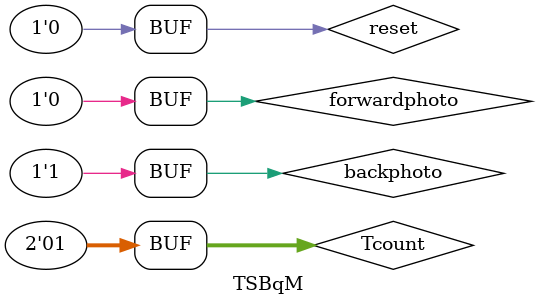
<source format=v>
module TSBqM ;
parameter n=3;
reg [1:0]Tcount;
reg reset,backphoto,forwardphoto;
wire [n+1:0]Wtime;
wire [n-1:0]Pcount;
wire full,empty;
SBqM test(Tcount,reset,backphoto,forwardphoto,Wtime,Pcount,full,empty);
initial begin
    #5;reset=1;Tcount=2'b01;backphoto=1;forwardphoto=0;
    #5;$monitor("Tcount=%b wtime=%b pcount=%b full=%b empty=%b",Tcount,Wtime,Pcount,full,empty);
    #5;reset=1;Tcount=2'b11;backphoto=1;forwardphoto=0;
    #5;$monitor("Tcount=%b wtime=%b pcount=%b full=%b empty=%b",Tcount,Wtime,Pcount,full,empty);
    #5;reset=0;Tcount=2'b01;backphoto=0;forwardphoto=1;
    #5;$monitor("Tcount=%b wtime=%b pcount=%b full=%b empty=%b",Tcount,Wtime,Pcount,full,empty);
    #5;reset=0;Tcount=2'b11;backphoto=1;forwardphoto=1;
    #5;$monitor("Tcount=%b wtime=%b pcount=%b full=%b empty=%b",Tcount,Wtime,Pcount,full,empty);
    #5;reset=0;Tcount=2'b10;backphoto=0;forwardphoto=1;
    #5;$monitor("Tcount=%b wtime=%b pcount=%b full=%b empty=%b",Tcount,Wtime,Pcount,full,empty);
    #5;reset=0;Tcount=2'b01;backphoto=1;forwardphoto=1;
    #5;$monitor("Tcount=%b wtime=%b pcount=%b full=%b empty=%b",Tcount,Wtime,Pcount,full,empty);
    #5;reset=0;Tcount=2'b11;backphoto=0;forwardphoto=1;
    #5;$monitor("Tcount=%b wtime=%b pcount=%b full=%b empty=%b",Tcount,Wtime,Pcount,full,empty);
    #5;reset=0;Tcount=2'b11;backphoto=1;forwardphoto=0;
    #5;$monitor("Tcount=%b wtime=%b pcount=%b full=%b empty=%b",Tcount,Wtime,Pcount,full,empty);
    #5;reset=0;Tcount=2'b01;backphoto=1;forwardphoto=1;
    #5;$monitor("Tcount=%b wtime=%b pcount=%b full=%b empty=%b",Tcount,Wtime,Pcount,full,empty);
    #5;reset=0;Tcount=2'b01;backphoto=1;forwardphoto=0;
    #5;$monitor("Tcount=%b wtime=%b pcount=%b full=%b empty=%b",Tcount,Wtime,Pcount,full,empty);
end
endmodule
</source>
